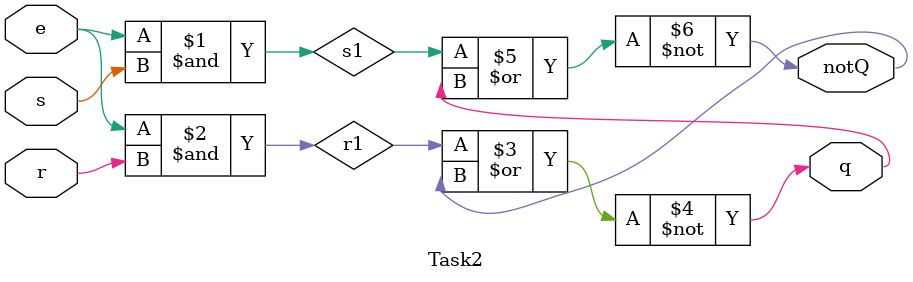
<source format=v>
`timescale 1ns / 1ps


module Task2(
    input e,
    input s,
    input r,
    output q,
    output notQ
);
    wire s1;
    wire r1;

//Gated SR Latch
and #4 (s1, e, s);
and #4 (r1, e, r);

nor #4 (q, r1, notQ);
nor #4 (notQ, s1, q);

endmodule

</source>
